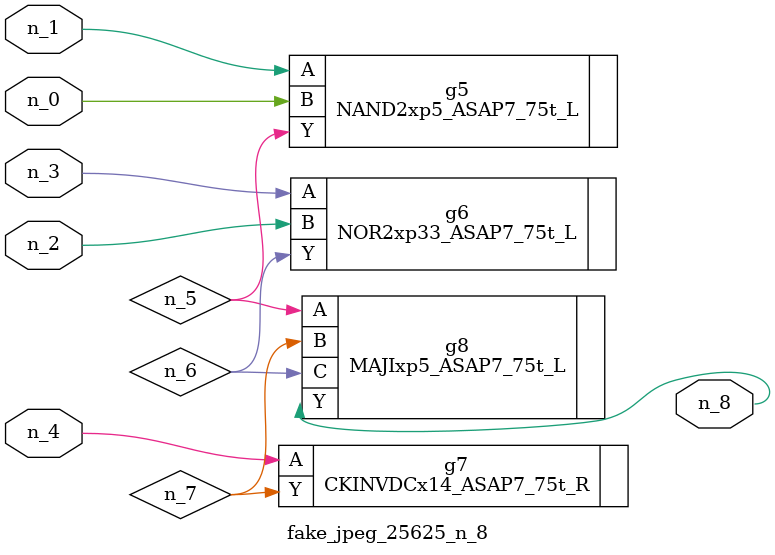
<source format=v>
module fake_jpeg_25625_n_8 (n_3, n_2, n_1, n_0, n_4, n_8);

input n_3;
input n_2;
input n_1;
input n_0;
input n_4;

output n_8;

wire n_6;
wire n_5;
wire n_7;

NAND2xp5_ASAP7_75t_L g5 ( 
.A(n_1),
.B(n_0),
.Y(n_5)
);

NOR2xp33_ASAP7_75t_L g6 ( 
.A(n_3),
.B(n_2),
.Y(n_6)
);

CKINVDCx14_ASAP7_75t_R g7 ( 
.A(n_4),
.Y(n_7)
);

MAJIxp5_ASAP7_75t_L g8 ( 
.A(n_5),
.B(n_7),
.C(n_6),
.Y(n_8)
);


endmodule
</source>
